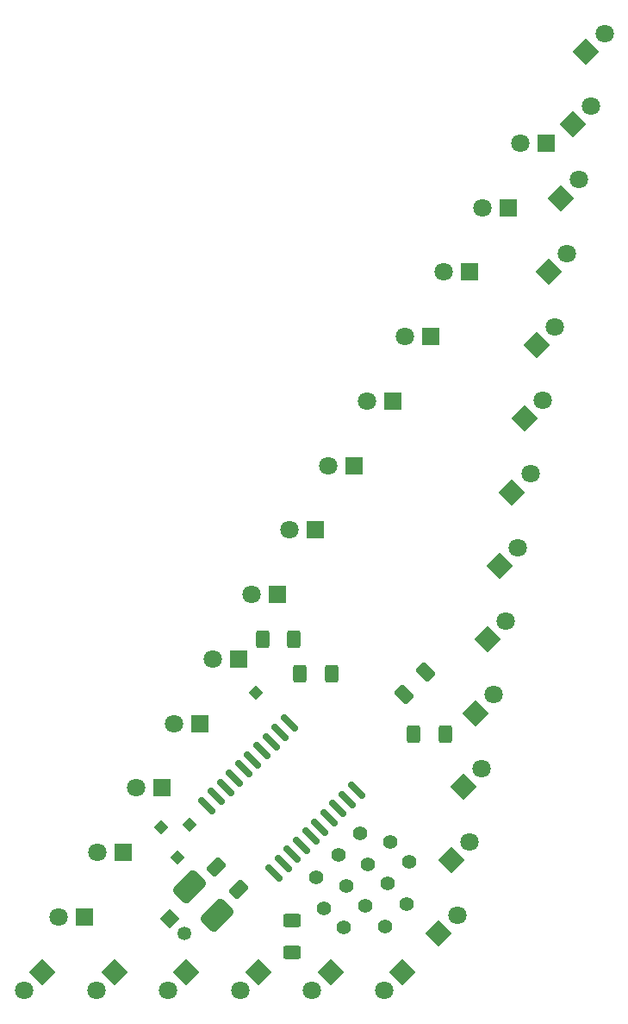
<source format=gbr>
%TF.GenerationSoftware,KiCad,Pcbnew,9.0.7*%
%TF.CreationDate,2026-02-21T03:41:23+02:00*%
%TF.ProjectId,kicad_selka_mk2,6b696361-645f-4736-956c-6b615f6d6b32,rev?*%
%TF.SameCoordinates,Original*%
%TF.FileFunction,Soldermask,Bot*%
%TF.FilePolarity,Negative*%
%FSLAX46Y46*%
G04 Gerber Fmt 4.6, Leading zero omitted, Abs format (unit mm)*
G04 Created by KiCad (PCBNEW 9.0.7) date 2026-02-21 03:41:23*
%MOMM*%
%LPD*%
G01*
G04 APERTURE LIST*
G04 Aperture macros list*
%AMRoundRect*
0 Rectangle with rounded corners*
0 $1 Rounding radius*
0 $2 $3 $4 $5 $6 $7 $8 $9 X,Y pos of 4 corners*
0 Add a 4 corners polygon primitive as box body*
4,1,4,$2,$3,$4,$5,$6,$7,$8,$9,$2,$3,0*
0 Add four circle primitives for the rounded corners*
1,1,$1+$1,$2,$3*
1,1,$1+$1,$4,$5*
1,1,$1+$1,$6,$7*
1,1,$1+$1,$8,$9*
0 Add four rect primitives between the rounded corners*
20,1,$1+$1,$2,$3,$4,$5,0*
20,1,$1+$1,$4,$5,$6,$7,0*
20,1,$1+$1,$6,$7,$8,$9,0*
20,1,$1+$1,$8,$9,$2,$3,0*%
%AMRotRect*
0 Rectangle, with rotation*
0 The origin of the aperture is its center*
0 $1 length*
0 $2 width*
0 $3 Rotation angle, in degrees counterclockwise*
0 Add horizontal line*
21,1,$1,$2,0,0,$3*%
G04 Aperture macros list end*
%ADD10RotRect,1.800000X1.800000X45.000000*%
%ADD11C,1.800000*%
%ADD12R,1.800000X1.800000*%
%ADD13RoundRect,0.250000X0.159099X-0.724784X0.724784X-0.159099X-0.159099X0.724784X-0.724784X0.159099X0*%
%ADD14C,1.400000*%
%ADD15RotRect,1.000000X1.000000X45.000000*%
%ADD16RoundRect,0.250000X0.400000X0.625000X-0.400000X0.625000X-0.400000X-0.625000X0.400000X-0.625000X0*%
%ADD17RotRect,1.800000X1.800000X225.000000*%
%ADD18RoundRect,0.250000X-0.724784X-0.159099X-0.159099X-0.724784X0.724784X0.159099X0.159099X0.724784X0*%
%ADD19RoundRect,0.250000X-0.400000X-0.625000X0.400000X-0.625000X0.400000X0.625000X-0.400000X0.625000X0*%
%ADD20RoundRect,0.396226X-1.242774X-0.318198X-0.318198X-1.242774X1.242774X0.318198X0.318198X1.242774X0*%
%ADD21C,1.350000*%
%ADD22RotRect,1.350000X1.350000X225.000000*%
%ADD23RoundRect,0.250000X-0.625000X0.400000X-0.625000X-0.400000X0.625000X-0.400000X0.625000X0.400000X0*%
%ADD24RoundRect,0.150000X-0.724784X0.512652X0.512652X-0.724784X0.724784X-0.512652X-0.512652X0.724784X0*%
G04 APERTURE END LIST*
D10*
%TO.C,D8*%
X126978631Y-79941210D03*
D11*
X128774682Y-78145159D03*
%TD*%
D10*
%TO.C,D7*%
X128178631Y-72721210D03*
D11*
X129974682Y-70925159D03*
%TD*%
D10*
%TO.C,D6*%
X129378631Y-65501210D03*
D11*
X131174682Y-63705159D03*
%TD*%
D10*
%TO.C,D5*%
X130578631Y-58281210D03*
D11*
X132374682Y-56485159D03*
%TD*%
D10*
%TO.C,D4*%
X131778631Y-51061210D03*
D11*
X133574682Y-49265159D03*
%TD*%
D10*
%TO.C,D3*%
X132978631Y-43841210D03*
D11*
X134774682Y-42045159D03*
%TD*%
D10*
%TO.C,D2*%
X134178631Y-36621210D03*
D11*
X135974682Y-34825159D03*
%TD*%
D10*
%TO.C,D1*%
X135456631Y-29478010D03*
D11*
X137252682Y-27681959D03*
%TD*%
D12*
%TO.C,D64*%
X131548592Y-38437649D03*
D11*
X129008592Y-38437649D03*
%TD*%
D12*
%TO.C,D63*%
X127768592Y-44767649D03*
D11*
X125228592Y-44767649D03*
%TD*%
D12*
%TO.C,D62*%
X123988592Y-51097649D03*
D11*
X121448592Y-51097649D03*
%TD*%
D12*
%TO.C,D61*%
X120208592Y-57427649D03*
D11*
X117668592Y-57427649D03*
%TD*%
D12*
%TO.C,D60*%
X116428592Y-63757649D03*
D11*
X113888592Y-63757649D03*
%TD*%
D12*
%TO.C,D59*%
X112648592Y-70087649D03*
D11*
X110108592Y-70087649D03*
%TD*%
D12*
%TO.C,D58*%
X108868592Y-76417649D03*
D11*
X106328592Y-76417649D03*
%TD*%
D12*
%TO.C,D57*%
X105088592Y-82747649D03*
D11*
X102548592Y-82747649D03*
%TD*%
D10*
%TO.C,D13*%
X120978631Y-116041210D03*
D11*
X122774682Y-114245159D03*
%TD*%
%TO.C,D54*%
X91208592Y-101737649D03*
D12*
X93748592Y-101737649D03*
%TD*%
D13*
%TO.C,R1*%
X119714016Y-90343984D03*
X117521984Y-92536016D03*
%TD*%
D11*
%TO.C,D56*%
X98768592Y-89077649D03*
D12*
X101308592Y-89077649D03*
%TD*%
D14*
%TO.C,J21*%
X118110000Y-108966000D03*
%TD*%
%TO.C,J23*%
X114046000Y-109220000D03*
%TD*%
D15*
%TO.C,J31*%
X102997000Y-92354400D03*
%TD*%
D11*
%TO.C,D52*%
X83648592Y-114397649D03*
D12*
X86188592Y-114397649D03*
%TD*%
D16*
%TO.C,R8*%
X107345792Y-90501649D03*
X110445792Y-90501649D03*
%TD*%
D14*
%TO.C,J19*%
X115697000Y-115316000D03*
%TD*%
D11*
%TO.C,D48*%
X101457741Y-121609300D03*
D17*
X103253792Y-119813249D03*
%TD*%
D18*
%TO.C,R9*%
X101275792Y-111663665D03*
X99083760Y-109471633D03*
%TD*%
D14*
%TO.C,J15*%
X113792000Y-113284000D03*
%TD*%
D15*
%TO.C,J28*%
X96449792Y-105360649D03*
%TD*%
D14*
%TO.C,J11*%
X111633000Y-115443000D03*
%TD*%
D19*
%TO.C,R2*%
X121621792Y-96470649D03*
X118521792Y-96470649D03*
%TD*%
D11*
%TO.C,D53*%
X87428592Y-108067649D03*
D12*
X89968592Y-108067649D03*
%TD*%
D20*
%TO.C,C1*%
X99225650Y-114232507D03*
X96467934Y-111474791D03*
%TD*%
D14*
%TO.C,J13*%
X115951000Y-111125000D03*
%TD*%
%TO.C,J3*%
X108966000Y-110490000D03*
%TD*%
D11*
%TO.C,D12*%
X123974682Y-107025159D03*
D10*
X122178631Y-108821210D03*
%TD*%
D14*
%TO.C,J1*%
X116205000Y-107061000D03*
%TD*%
%TO.C,J7*%
X113284000Y-106172000D03*
%TD*%
D15*
%TO.C,J30*%
X93655792Y-105614649D03*
%TD*%
%TO.C,J29*%
X95306792Y-108535649D03*
%TD*%
D11*
%TO.C,D50*%
X87301741Y-121609300D03*
D17*
X89097792Y-119813249D03*
%TD*%
D11*
%TO.C,D51*%
X80223741Y-121609300D03*
D17*
X82019792Y-119813249D03*
%TD*%
D11*
%TO.C,D47*%
X108535741Y-121609300D03*
D17*
X110331792Y-119813249D03*
%TD*%
D14*
%TO.C,J9*%
X109728000Y-113538000D03*
%TD*%
%TO.C,J5*%
X111125000Y-108331000D03*
%TD*%
D21*
%TO.C,J27*%
X95941792Y-116028649D03*
D22*
X94527578Y-114614435D03*
%TD*%
D11*
%TO.C,D10*%
X126374682Y-92585159D03*
D10*
X124578631Y-94381210D03*
%TD*%
D23*
%TO.C,R6*%
X106553000Y-117882001D03*
X106553000Y-114781999D03*
%TD*%
D11*
%TO.C,D9*%
X127574682Y-85365159D03*
D10*
X125778631Y-87161210D03*
%TD*%
D14*
%TO.C,J25*%
X111887000Y-111379000D03*
%TD*%
%TO.C,J17*%
X117856000Y-113157000D03*
%TD*%
D24*
%TO.C,U1*%
X104785834Y-110049794D03*
X105683860Y-109151768D03*
X106581886Y-108253743D03*
X107479911Y-107355717D03*
X108377937Y-106457691D03*
X109275962Y-105559666D03*
X110173988Y-104661640D03*
X111072014Y-103763615D03*
X111970039Y-102865589D03*
X112868065Y-101967563D03*
X106291972Y-95391470D03*
X105393946Y-96289496D03*
X104495920Y-97187521D03*
X103597895Y-98085547D03*
X102699869Y-98983573D03*
X101801844Y-99881598D03*
X100903818Y-100779624D03*
X100005792Y-101677649D03*
X99107767Y-102575675D03*
X98209741Y-103473701D03*
%TD*%
D11*
%TO.C,D46*%
X115613741Y-121609300D03*
D17*
X117409792Y-119813249D03*
%TD*%
D16*
%TO.C,R7*%
X103656799Y-87122000D03*
X106756801Y-87122000D03*
%TD*%
D11*
%TO.C,D55*%
X94988592Y-95407649D03*
D12*
X97528592Y-95407649D03*
%TD*%
D11*
%TO.C,D49*%
X94379741Y-121609300D03*
D17*
X96175792Y-119813249D03*
%TD*%
D11*
%TO.C,D11*%
X125174682Y-99805159D03*
D10*
X123378631Y-101601210D03*
%TD*%
M02*

</source>
